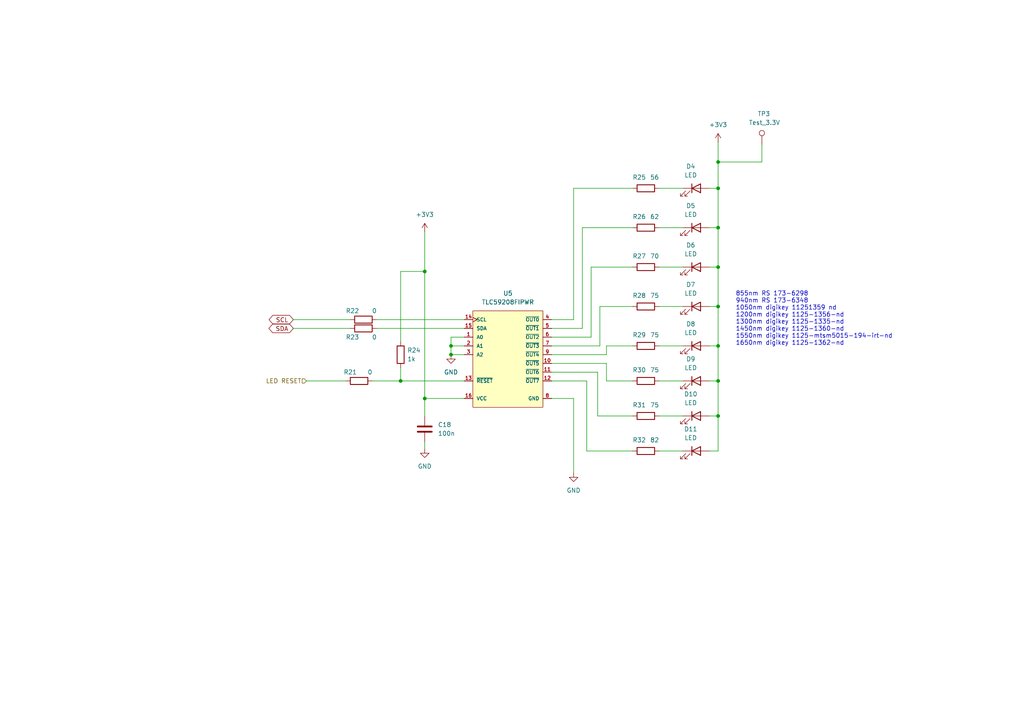
<source format=kicad_sch>
(kicad_sch (version 20211123) (generator eeschema)
  (paper "A4")
  (title_block (title "Development Board") (date "2022-03-15") (rev "2.1") (company "Plastic Scanner"))
  (lib_symbols
    (symbol "Connector:TestPoint" (pin_numbers hide) (pin_names (offset 0.762) hide)
      (property "Reference" "TP" (at 0 6.858 0))
      (property "Value" "TestPoint" (at 0 5.08 0))
      (symbol "TestPoint_0_1"
        (circle (center 0 3.302) (radius 0.762))
      )
      (symbol "TestPoint_1_1"
        (pin passive line (at 0 0 90) (length 2.54) (name "1") (number "1"))
      )
    )
    (symbol "Device:C" (pin_numbers hide) (pin_names (offset 0.254))
      (property "Reference" "C" (at 0.635 2.54 0))
      (property "Value" "C" (at 0.635 -2.54 0))
      (symbol "C_0_1"
        (polyline (pts (xy -2.032 -0.762) (xy 2.032 -0.762)) (stroke (width 0.508)))
        (polyline (pts (xy -2.032 0.762) (xy 2.032 0.762)) (stroke (width 0.508)))
      )
      (symbol "C_1_1"
        (pin passive line (at 0 3.81 270) (length 2.794) (name "~") (number "1"))
        (pin passive line (at 0 -3.81 90) (length 2.794) (name "~") (number "2"))
      )
    )
    (symbol "Device:LED" (pin_numbers hide) (pin_names (offset 1.016) hide)
      (property "Reference" "D" (at 0 2.54 0))
      (property "Value" "LED" (at 0 -2.54 0))
      (symbol "LED_0_1"
        (polyline (pts (xy -1.27 -1.27) (xy -1.27 1.27)) (stroke (width 0.254)))
        (polyline (pts (xy -1.27 0) (xy 1.27 0)))
        (polyline (pts (xy 1.27 -1.27) (xy 1.27 1.27) (xy -1.27 0) (xy 1.27 -1.27)) (stroke (width 0.254)))
        (polyline (pts (xy -3.048 -0.762) (xy -4.572 -2.286) (xy -3.81 -2.286) (xy -4.572 -2.286) (xy -4.572 -1.524)))
        (polyline (pts (xy -1.778 -0.762) (xy -3.302 -2.286) (xy -2.54 -2.286) (xy -3.302 -2.286) (xy -3.302 -1.524)))
      )
      (symbol "LED_1_1"
        (pin passive line (at -3.81 0 0) (length 2.54) (name "K") (number "1"))
        (pin passive line (at 3.81 0 180) (length 2.54) (name "A") (number "2"))
      )
    )
    (symbol "Device:R" (pin_numbers hide) (pin_names (offset 0))
      (property "Reference" "R" (at 2.032 0 90))
      (property "Value" "R" (at 0 0 90))
      (symbol "R_0_1"
        (rectangle (start -1.016 -2.54) (end 1.016 2.54) (stroke (width 0.254)))
      )
      (symbol "R_1_1"
        (pin passive line (at 0 3.81 270) (length 1.27) (name "~") (number "1"))
        (pin passive line (at 0 -3.81 90) (length 1.27) (name "~") (number "2"))
      )
    )
    (symbol "TLC59208:TLC59208FIPWR" (pin_names (offset 1.016))
      (property "Reference" "U" (at 0 5.08 0))
      (property "Value" "TLC59208FIPWR" (at 0 7.62 0))
      (symbol "TLC59208FIPWR_1_1"
        (rectangle (start 5.08 2.54) (end 25.4 -25.4) (fill (type background)))
        (pin input line (at 2.54 -5.08 0) (length 2.54) (name "A0") (number "1"))
        (pin open_collector line (at 27.94 -12.7 180) (length 2.54) (name "~{OUT5}") (number "10"))
        (pin open_collector line (at 27.94 -15.24 180) (length 2.54) (name "~{OUT6}") (number "11"))
        (pin open_collector line (at 27.94 -17.78 180) (length 2.54) (name "~{OUT7}") (number "12"))
        (pin input line (at 2.54 -17.78 0) (length 2.54) (name "~{RESET}") (number "13"))
        (pin input clock (at 2.54 0 0) (length 2.54) (name "SCL") (number "14"))
        (pin bidirectional line (at 2.54 -2.54 0) (length 2.54) (name "SDA") (number "15"))
        (pin power_in line (at 2.54 -22.86 0) (length 2.54) (name "VCC") (number "16"))
        (pin input line (at 2.54 -7.62 0) (length 2.54) (name "A1") (number "2"))
        (pin input line (at 2.54 -10.16 0) (length 2.54) (name "A2") (number "3"))
        (pin open_collector line (at 27.94 0 180) (length 2.54) (name "~{OUT0}") (number "4"))
        (pin open_collector line (at 27.94 -2.54 180) (length 2.54) (name "~{OUT1}") (number "5"))
        (pin open_collector line (at 27.94 -5.08 180) (length 2.54) (name "~{OUT2}") (number "6"))
        (pin open_collector line (at 27.94 -7.62 180) (length 2.54) (name "~{OUT3}") (number "7"))
        (pin power_in line (at 27.94 -22.86 180) (length 2.54) (name "GND") (number "8"))
        (pin open_collector line (at 27.94 -10.16 180) (length 2.54) (name "~{OUT4}") (number "9"))
      )
    )
    (symbol "power:+3.3V" (power) (pin_names (offset 0))
      (property "Value" "+3.3V" (at 0 3.556 0))
      (symbol "+3.3V_0_1"
        (polyline (pts (xy -0.762 1.27) (xy 0 2.54)))
        (polyline (pts (xy 0 0) (xy 0 2.54)))
        (polyline (pts (xy 0 2.54) (xy 0.762 1.27)))
      )
      (symbol "+3.3V_1_1"
        (pin power_in line (at 0 0 90) (length 0) hide (name "+3V3") (number "1"))
      )
    )
    (symbol "power:GND" (power) (pin_names (offset 0))
      (property "Value" "GND" (at 0 -3.81 0))
      (symbol "GND_0_1"
        (polyline (pts (xy 0 0) (xy 0 -1.27) (xy 1.27 -1.27) (xy 0 -2.54) (xy -1.27 -1.27) (xy 0 -1.27)))
      )
      (symbol "GND_1_1"
        (pin power_in line (at 0 0 270) (length 0) hide (name "GND") (number "1"))
      )
    )
  )
  (junction (at 208.28 110.49))
  (junction (at 123.19 115.57))
  (junction (at 130.81 102.87))
  (junction (at 208.28 54.61))
  (junction (at 130.81 100.33))
  (junction (at 208.28 46.99))
  (junction (at 208.28 88.9))
  (junction (at 208.28 66.04))
  (junction (at 123.19 78.74))
  (junction (at 208.28 77.47))
  (junction (at 208.28 120.65))
  (junction (at 116.205 110.49))
  (junction (at 208.28 100.33))
  (wire (pts (xy 208.28 100.33) (xy 208.28 88.9)))
  (wire (pts (xy 208.28 110.49) (xy 208.28 100.33)))
  (wire (pts (xy 208.28 54.61) (xy 205.74 54.61)))
  (wire (pts (xy 191.135 120.65) (xy 198.12 120.65)))
  (wire (pts (xy 130.81 102.87) (xy 130.81 100.33)))
  (wire (pts (xy 208.28 46.99) (xy 208.28 54.61)))
  (wire (pts (xy 191.135 130.81) (xy 198.12 130.81)))
  (wire (pts (xy 160.02 110.49) (xy 170.18 110.49)))
  (wire (pts (xy 220.98 46.99) (xy 208.28 46.99)))
  (wire (pts (xy 173.355 120.65) (xy 183.515 120.65)))
  (wire (pts (xy 183.515 66.04) (xy 168.91 66.04)))
  (wire (pts (xy 171.45 97.79) (xy 160.02 97.79)))
  (wire (pts (xy 170.18 130.81) (xy 183.515 130.81)))
  (wire (pts (xy 173.99 88.9) (xy 183.515 88.9)))
  (wire (pts (xy 109.22 95.25) (xy 134.62 95.25)))
  (wire (pts (xy 220.98 41.91) (xy 220.98 46.99)))
  (wire (pts (xy 123.19 115.57) (xy 123.19 120.65)))
  (wire (pts (xy 175.895 110.49) (xy 183.515 110.49)))
  (wire (pts (xy 191.135 110.49) (xy 198.12 110.49)))
  (wire (pts (xy 208.28 66.04) (xy 208.28 54.61)))
  (wire (pts (xy 208.28 120.65) (xy 205.74 120.65)))
  (wire (pts (xy 123.19 115.57) (xy 123.19 78.74)))
  (wire (pts (xy 168.91 66.04) (xy 168.91 95.25)))
  (wire (pts (xy 109.22 92.71) (xy 134.62 92.71)))
  (wire (pts (xy 130.81 100.33) (xy 134.62 100.33)))
  (wire (pts (xy 208.28 41.275) (xy 208.28 46.99)))
  (wire (pts (xy 160.02 105.41) (xy 175.895 105.41)))
  (wire (pts (xy 107.95 110.49) (xy 116.205 110.49)))
  (wire (pts (xy 85.09 95.25) (xy 101.6 95.25)))
  (wire (pts (xy 208.28 130.81) (xy 208.28 120.65)))
  (wire (pts (xy 123.19 128.27) (xy 123.19 130.175)))
  (wire (pts (xy 208.28 66.04) (xy 205.74 66.04)))
  (wire (pts (xy 208.28 88.9) (xy 208.28 77.47)))
  (wire (pts (xy 191.135 66.04) (xy 198.12 66.04)))
  (wire (pts (xy 85.09 92.71) (xy 101.6 92.71)))
  (wire (pts (xy 160.02 100.33) (xy 173.99 100.33)))
  (wire (pts (xy 123.19 78.74) (xy 116.205 78.74)))
  (wire (pts (xy 166.37 115.57) (xy 166.37 137.16)))
  (wire (pts (xy 208.28 130.81) (xy 205.74 130.81)))
  (wire (pts (xy 191.135 100.33) (xy 198.12 100.33)))
  (wire (pts (xy 173.99 100.33) (xy 173.99 88.9)))
  (wire (pts (xy 208.28 110.49) (xy 205.74 110.49)))
  (wire (pts (xy 191.135 88.9) (xy 198.12 88.9)))
  (wire (pts (xy 166.37 92.71) (xy 166.37 54.61)))
  (wire (pts (xy 130.81 97.79) (xy 130.81 100.33)))
  (wire (pts (xy 88.9 110.49) (xy 100.33 110.49)))
  (wire (pts (xy 160.02 102.87) (xy 175.895 102.87)))
  (wire (pts (xy 130.81 97.79) (xy 134.62 97.79)))
  (wire (pts (xy 183.515 77.47) (xy 171.45 77.47)))
  (wire (pts (xy 208.28 100.33) (xy 205.74 100.33)))
  (wire (pts (xy 170.18 110.49) (xy 170.18 130.81)))
  (wire (pts (xy 160.02 92.71) (xy 166.37 92.71)))
  (wire (pts (xy 171.45 77.47) (xy 171.45 97.79)))
  (wire (pts (xy 173.355 107.95) (xy 173.355 120.65)))
  (wire (pts (xy 175.895 102.87) (xy 175.895 100.33)))
  (wire (pts (xy 175.895 105.41) (xy 175.895 110.49)))
  (wire (pts (xy 175.895 100.33) (xy 183.515 100.33)))
  (wire (pts (xy 160.02 107.95) (xy 173.355 107.95)))
  (wire (pts (xy 123.19 67.31) (xy 123.19 78.74)))
  (wire (pts (xy 116.205 78.74) (xy 116.205 99.06)))
  (wire (pts (xy 191.135 54.61) (xy 198.12 54.61)))
  (wire (pts (xy 116.205 106.68) (xy 116.205 110.49)))
  (wire (pts (xy 208.28 77.47) (xy 205.74 77.47)))
  (wire (pts (xy 134.62 115.57) (xy 123.19 115.57)))
  (wire (pts (xy 208.28 77.47) (xy 208.28 66.04)))
  (wire (pts (xy 130.81 102.87) (xy 134.62 102.87)))
  (wire (pts (xy 168.91 95.25) (xy 160.02 95.25)))
  (wire (pts (xy 166.37 54.61) (xy 183.515 54.61)))
  (wire (pts (xy 191.135 77.47) (xy 198.12 77.47)))
  (wire (pts (xy 160.02 115.57) (xy 166.37 115.57)))
  (wire (pts (xy 116.205 110.49) (xy 134.62 110.49)))
  (wire (pts (xy 208.28 88.9) (xy 205.74 88.9)))
  (wire (pts (xy 208.28 120.65) (xy 208.28 110.49)))
  (text "855nm RS 173-6298\n940nm RS 173-6348\n1050nm digikey 11251359 nd\n1200nm digikey 1125-1356-nd\n1300nm digikey 1125-1335-nd\n1450nm digikey 1125-1360-nd\n1550nm digikey 1125-mtsm5015-194-irt-nd\n1650nm digikey 1125-1362-nd" (at 213.36 100.33 0) (effects (font (size 1.27 1.27)) (justify left bottom)))
  (global_label "SCL" (shape bidirectional) (at 85.09 92.71 180) (property "Intersheet References" "${INTERSHEET_REFS}" (effects hide)))
  (global_label "SDA" (shape bidirectional) (at 85.09 95.25 180) (property "Intersheet References" "${INTERSHEET_REFS}" (effects hide)))
  (hierarchical_label "LED RESET" (shape input) (at 88.9 110.49 180))
  (symbol (lib_id "Device:R") (at 105.41 95.25 90) (unit 1)
    (property "Reference" "R23" (at 102.235 97.79 90))
    (property "Value" "0" (at 108.585 97.79 90))
    (property "Footprint" "Resistor_SMD:R_0603_1608Metric_Pad0.98x0.95mm_HandSolder" (effects hide))
  )
  (symbol (lib_id "Device:LED") (at 201.93 100.33 0) (unit 1)
    (property "Reference" "D8" (at 200.3425 93.98 0))
    (property "Value" "LED" (at 200.3425 96.52 0))
    (property "Footprint" "LED_SMD:LED_1206_3216Metric_Pad1.42x1.75mm_HandSolder" (effects hide))
  )
  (symbol (lib_id "Device:R") (at 187.325 130.81 90) (unit 1)
    (property "Reference" "R32" (at 185.42 127.635 90))
    (property "Value" "82" (at 189.865 127.635 90))
    (property "Footprint" "Resistor_SMD:R_0603_1608Metric_Pad0.98x0.95mm_HandSolder" (effects hide))
  )
  (symbol (lib_id "TLC59208:TLC59208FIPWR") (at 132.08 92.71 0) (unit 1)
    (property "Reference" "U5" (at 147.32 85.09 0))
    (property "Value" "TLC59208FIPWR" (at 147.32 87.63 0))
    (property "Footprint" "TLC59208FIPWR:SOP65P640X120-16N" (effects hide))
    (property "Datasheet" "http://www.ti.com/general/docs/lit/getliterature.tsp?genericPartNumber=TLC59208F&fileType=pdf" (effects hide))
    (property "Code  JEDEC" "MO-153" (effects hide))
    (property "Component Link 1 Description" "Manufacturer URL" (effects hide))
    (property "Component Link 1 URL" "http://www.ti.com/" (effects hide))
    (property "Component Link 3 Description" "Package Specification" (effects hide))
    (property "Component Link 3 URL" "http://www.ti.com/lit/ml/mpds361/mpds361.pdf" (effects hide))
    (property "Datasheet Version" "SCLS715" (effects hide))
    (property "Iout Max A" "0.05" (effects hide))
    (property "Mounting Technology" "Surface Mount" (effects hide))
    (property "Package Description" "16-Pin Plastic Small Outline, Body 4.40 x 5.00 mm, Pitch 0.65 mm" (effects hide))
    (property "Package Version" "4040064-4/G" (effects hide))
    (property "Sub Family" "LED Driver" (effects hide))
    (property "Vin Max V" "5.5" (effects hide))
    (property "Vin Min V" "3" (effects hide))
    (property "category" "IC" (effects hide))
    (property "ciiva ids" "1426985" (effects hide))
    (property "library id" "9bf7f104929dd8ed" (effects hide))
    (property "manufacturer" "Texas Instruments" (effects hide))
    (property "package" "PW0016A" (effects hide))
    (property "release date" "1464576871" (effects hide))
    (property "rohs" "Yes" (effects hide))
    (property "vault revision" "C0AC1098-4EF5-4502-9510-91D6A29A40EB" (effects hide))
    (property "imported" "yes" (effects hide))
  )
  (symbol (lib_id "Device:R") (at 187.325 66.04 90) (unit 1)
    (property "Reference" "R26" (at 185.42 62.865 90))
    (property "Value" "62" (at 189.865 62.865 90))
    (property "Footprint" "Resistor_SMD:R_0603_1608Metric_Pad0.98x0.95mm_HandSolder" (effects hide))
  )
  (symbol (lib_id "Connector:TestPoint") (at 220.98 41.91 0) (unit 1)
    (property "Reference" "TP3" (at 219.71 33.02 0) (effects (justify left)))
    (property "Value" "Test_3.3V" (at 217.17 35.56 0) (effects (justify left)))
    (property "Footprint" "TestPoint:TestPoint_Pad_D1.5mm" (effects hide))
  )
  (symbol (lib_id "Device:R") (at 104.14 110.49 90) (unit 1)
    (property "Reference" "R21" (at 101.6 107.95 90))
    (property "Value" "0" (at 107.315 107.95 90))
    (property "Footprint" "Resistor_SMD:R_0603_1608Metric_Pad0.98x0.95mm_HandSolder" (effects hide))
  )
  (symbol (lib_id "Device:R") (at 116.205 102.87 180) (unit 1)
    (property "Reference" "R24" (at 118.11 101.5999 0) (effects (justify right)))
    (property "Value" "1k" (at 118.11 104.1399 0) (effects (justify right)))
    (property "Footprint" "Resistor_SMD:R_0603_1608Metric_Pad0.98x0.95mm_HandSolder" (effects hide))
  )
  (symbol (lib_id "power:GND") (at 130.81 102.87 0) (unit 1)
    (property "Reference" "#PWR037" (effects hide))
    (property "Value" "GND" (at 130.81 107.95 0))
  )
  (symbol (lib_id "Device:C") (at 123.19 124.46 0) (unit 1)
    (property "Reference" "C18" (at 127 123.1899 0) (effects (justify left)))
    (property "Value" "100n" (at 127 125.7299 0) (effects (justify left)))
    (property "Footprint" "Capacitor_SMD:C_0603_1608Metric_Pad1.08x0.95mm_HandSolder" (effects hide))
  )
  (symbol (lib_id "Device:LED") (at 201.93 110.49 0) (unit 1)
    (property "Reference" "D9" (at 200.3425 104.14 0))
    (property "Value" "LED" (at 200.3425 106.68 0))
    (property "Footprint" "LED_SMD:LED_1206_3216Metric_Pad1.42x1.75mm_HandSolder" (effects hide))
  )
  (symbol (lib_id "Device:LED") (at 201.93 54.61 0) (unit 1)
    (property "Reference" "D4" (at 200.3425 48.26 0))
    (property "Value" "LED" (at 200.3425 50.8 0))
    (property "Footprint" "LED_SMD:LED_1206_3216Metric_Pad1.42x1.75mm_HandSolder" (effects hide))
  )
  (symbol (lib_id "power:GND") (at 166.37 137.16 0) (unit 1)
    (property "Reference" "#PWR038" (effects hide))
    (property "Value" "GND" (at 166.37 142.24 0))
  )
  (symbol (lib_id "power:GND") (at 123.19 130.175 0) (unit 1)
    (property "Reference" "#PWR036" (effects hide))
    (property "Value" "GND" (at 123.19 135.255 0))
  )
  (symbol (lib_id "Device:LED") (at 201.93 88.9 0) (unit 1)
    (property "Reference" "D7" (at 200.3425 82.55 0))
    (property "Value" "LED" (at 200.3425 85.09 0))
    (property "Footprint" "LED_SMD:LED_1206_3216Metric_Pad1.42x1.75mm_HandSolder" (effects hide))
  )
  (symbol (lib_id "Device:R") (at 105.41 92.71 90) (unit 1)
    (property "Reference" "R22" (at 102.235 90.17 90))
    (property "Value" "0" (at 108.585 90.17 90))
    (property "Footprint" "Resistor_SMD:R_0603_1608Metric_Pad0.98x0.95mm_HandSolder" (effects hide))
  )
  (symbol (lib_id "Device:R") (at 187.325 54.61 90) (unit 1)
    (property "Reference" "R25" (at 185.42 51.435 90))
    (property "Value" "56" (at 189.865 51.435 90))
    (property "Footprint" "Resistor_SMD:R_0603_1608Metric_Pad0.98x0.95mm_HandSolder" (effects hide))
  )
  (symbol (lib_id "Device:R") (at 187.325 110.49 90) (unit 1)
    (property "Reference" "R30" (at 185.42 107.315 90))
    (property "Value" "75" (at 189.865 107.315 90))
    (property "Footprint" "Resistor_SMD:R_0603_1608Metric_Pad0.98x0.95mm_HandSolder" (effects hide))
  )
  (symbol (lib_id "Device:LED") (at 201.93 130.81 0) (unit 1)
    (property "Reference" "D11" (at 200.3425 124.46 0))
    (property "Value" "LED" (at 200.3425 127 0))
    (property "Footprint" "LED_SMD:LED_1206_3216Metric_Pad1.42x1.75mm_HandSolder" (effects hide))
  )
  (symbol (lib_id "power:+3.3V") (at 208.28 41.275 0) (unit 1)
    (property "Reference" "#PWR039" (effects hide))
    (property "Value" "+3.3V" (at 208.28 36.195 0))
  )
  (symbol (lib_id "Device:R") (at 187.325 100.33 90) (unit 1)
    (property "Reference" "R29" (at 185.42 97.155 90))
    (property "Value" "75" (at 189.865 97.155 90))
    (property "Footprint" "Resistor_SMD:R_0603_1608Metric_Pad0.98x0.95mm_HandSolder" (effects hide))
  )
  (symbol (lib_id "Device:LED") (at 201.93 77.47 0) (unit 1)
    (property "Reference" "D6" (at 200.3425 71.12 0))
    (property "Value" "LED" (at 200.3425 73.66 0))
    (property "Footprint" "LED_SMD:LED_1206_3216Metric_Pad1.42x1.75mm_HandSolder" (effects hide))
  )
  (symbol (lib_id "Device:LED") (at 201.93 66.04 0) (unit 1)
    (property "Reference" "D5" (at 200.3425 59.69 0))
    (property "Value" "LED" (at 200.3425 62.23 0))
    (property "Footprint" "LED_SMD:LED_1206_3216Metric_Pad1.42x1.75mm_HandSolder" (effects hide))
  )
  (symbol (lib_id "Device:R") (at 187.325 120.65 90) (unit 1)
    (property "Reference" "R31" (at 185.42 117.475 90))
    (property "Value" "75" (at 189.865 117.475 90))
    (property "Footprint" "Resistor_SMD:R_0603_1608Metric_Pad0.98x0.95mm_HandSolder" (effects hide))
  )
  (symbol (lib_id "Device:R") (at 187.325 77.47 90) (unit 1)
    (property "Reference" "R27" (at 185.42 74.295 90))
    (property "Value" "70" (at 189.865 74.295 90))
    (property "Footprint" "Resistor_SMD:R_0603_1608Metric_Pad0.98x0.95mm_HandSolder" (effects hide))
  )
  (symbol (lib_id "power:+3.3V") (at 123.19 67.31 0) (unit 1)
    (property "Reference" "#PWR035" (effects hide))
    (property "Value" "+3.3V" (at 123.19 62.23 0))
  )
  (symbol (lib_id "Device:R") (at 187.325 88.9 90) (unit 1)
    (property "Reference" "R28" (at 185.42 85.725 90))
    (property "Value" "75" (at 189.865 85.725 90))
    (property "Footprint" "Resistor_SMD:R_0603_1608Metric_Pad0.98x0.95mm_HandSolder" (effects hide))
  )
  (symbol (lib_id "Device:LED") (at 201.93 120.65 0) (unit 1)
    (property "Reference" "D10" (at 200.3425 114.3 0))
    (property "Value" "LED" (at 200.3425 116.84 0))
    (property "Footprint" "LED_SMD:LED_1206_3216Metric_Pad1.42x1.75mm_HandSolder" (effects hide))
  )
)
</source>
